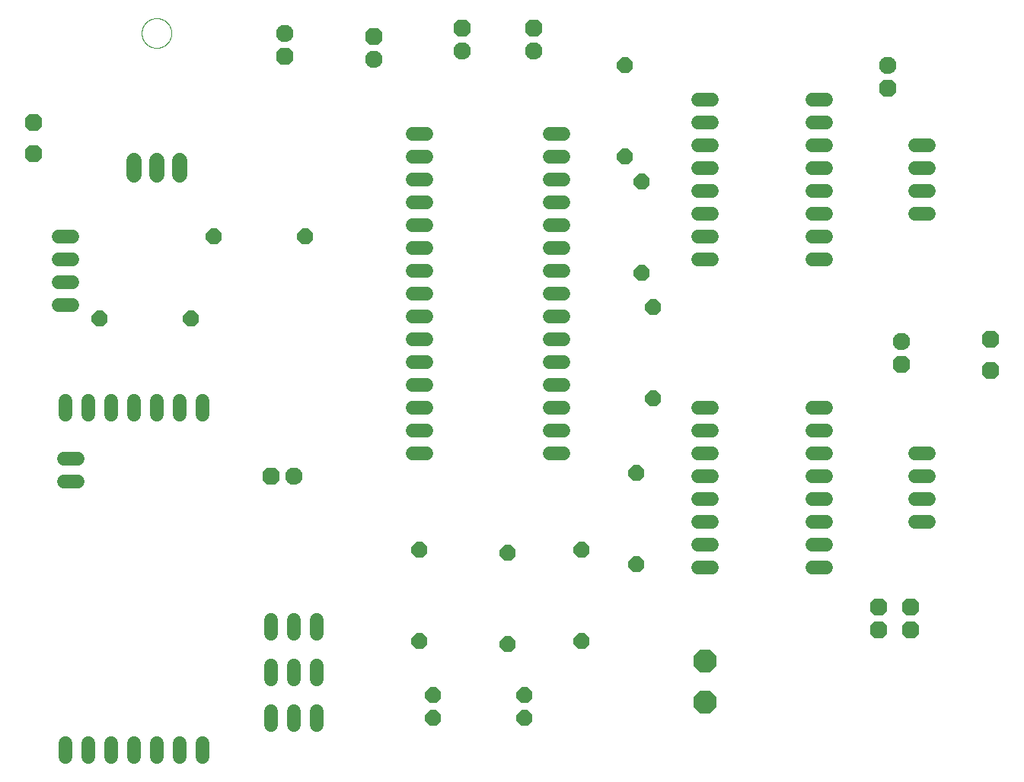
<source format=gtl>
G75*
%MOIN*%
%OFA0B0*%
%FSLAX25Y25*%
%IPPOS*%
%LPD*%
%AMOC8*
5,1,8,0,0,1.08239X$1,22.5*
%
%ADD10C,0.06000*%
%ADD11OC8,0.07600*%
%ADD12C,0.07600*%
%ADD13OC8,0.07000*%
%ADD14OC8,0.10000*%
%ADD15C,0.06600*%
%ADD16C,0.00000*%
D10*
X0054735Y0011832D02*
X0054735Y0017832D01*
X0064735Y0017832D02*
X0064735Y0011832D01*
X0074735Y0011832D02*
X0074735Y0017832D01*
X0084735Y0017832D02*
X0084735Y0011832D01*
X0094735Y0011832D02*
X0094735Y0017832D01*
X0104735Y0017832D02*
X0104735Y0011832D01*
X0114735Y0011832D02*
X0114735Y0017832D01*
X0144735Y0025582D02*
X0144735Y0031582D01*
X0154735Y0031582D02*
X0154735Y0025582D01*
X0164735Y0025582D02*
X0164735Y0031582D01*
X0164735Y0045582D02*
X0164735Y0051582D01*
X0154735Y0051582D02*
X0154735Y0045582D01*
X0144735Y0045582D02*
X0144735Y0051582D01*
X0144735Y0065582D02*
X0144735Y0071582D01*
X0154735Y0071582D02*
X0154735Y0065582D01*
X0164735Y0065582D02*
X0164735Y0071582D01*
X0206735Y0144832D02*
X0212735Y0144832D01*
X0212735Y0154832D02*
X0206735Y0154832D01*
X0206735Y0164832D02*
X0212735Y0164832D01*
X0212735Y0174832D02*
X0206735Y0174832D01*
X0206735Y0184832D02*
X0212735Y0184832D01*
X0212735Y0194832D02*
X0206735Y0194832D01*
X0206735Y0204832D02*
X0212735Y0204832D01*
X0212735Y0214832D02*
X0206735Y0214832D01*
X0206735Y0224832D02*
X0212735Y0224832D01*
X0212735Y0234832D02*
X0206735Y0234832D01*
X0206735Y0244832D02*
X0212735Y0244832D01*
X0212735Y0254832D02*
X0206735Y0254832D01*
X0206735Y0264832D02*
X0212735Y0264832D01*
X0212735Y0274832D02*
X0206735Y0274832D01*
X0206735Y0284832D02*
X0212735Y0284832D01*
X0266735Y0284832D02*
X0272735Y0284832D01*
X0272735Y0274832D02*
X0266735Y0274832D01*
X0266735Y0264832D02*
X0272735Y0264832D01*
X0272735Y0254832D02*
X0266735Y0254832D01*
X0266735Y0244832D02*
X0272735Y0244832D01*
X0272735Y0234832D02*
X0266735Y0234832D01*
X0266735Y0224832D02*
X0272735Y0224832D01*
X0272735Y0214832D02*
X0266735Y0214832D01*
X0266735Y0204832D02*
X0272735Y0204832D01*
X0272735Y0194832D02*
X0266735Y0194832D01*
X0266735Y0184832D02*
X0272735Y0184832D01*
X0272735Y0174832D02*
X0266735Y0174832D01*
X0266735Y0164832D02*
X0272735Y0164832D01*
X0272735Y0154832D02*
X0266735Y0154832D01*
X0266735Y0144832D02*
X0272735Y0144832D01*
X0331735Y0144832D02*
X0337735Y0144832D01*
X0337735Y0134832D02*
X0331735Y0134832D01*
X0331735Y0124832D02*
X0337735Y0124832D01*
X0337735Y0114832D02*
X0331735Y0114832D01*
X0331735Y0104832D02*
X0337735Y0104832D01*
X0337735Y0094832D02*
X0331735Y0094832D01*
X0381735Y0094832D02*
X0387735Y0094832D01*
X0387735Y0104832D02*
X0381735Y0104832D01*
X0381735Y0114832D02*
X0387735Y0114832D01*
X0387735Y0124832D02*
X0381735Y0124832D01*
X0381735Y0134832D02*
X0387735Y0134832D01*
X0387735Y0144832D02*
X0381735Y0144832D01*
X0381735Y0154832D02*
X0387735Y0154832D01*
X0387735Y0164832D02*
X0381735Y0164832D01*
X0337735Y0164832D02*
X0331735Y0164832D01*
X0331735Y0154832D02*
X0337735Y0154832D01*
X0426735Y0144832D02*
X0432735Y0144832D01*
X0432735Y0134832D02*
X0426735Y0134832D01*
X0426735Y0124832D02*
X0432735Y0124832D01*
X0432735Y0114832D02*
X0426735Y0114832D01*
X0387735Y0229832D02*
X0381735Y0229832D01*
X0381735Y0239832D02*
X0387735Y0239832D01*
X0387735Y0249832D02*
X0381735Y0249832D01*
X0381735Y0259832D02*
X0387735Y0259832D01*
X0387735Y0269832D02*
X0381735Y0269832D01*
X0381735Y0279832D02*
X0387735Y0279832D01*
X0387735Y0289832D02*
X0381735Y0289832D01*
X0381735Y0299832D02*
X0387735Y0299832D01*
X0426735Y0279832D02*
X0432735Y0279832D01*
X0432735Y0269832D02*
X0426735Y0269832D01*
X0426735Y0259832D02*
X0432735Y0259832D01*
X0432735Y0249832D02*
X0426735Y0249832D01*
X0337735Y0249832D02*
X0331735Y0249832D01*
X0331735Y0239832D02*
X0337735Y0239832D01*
X0337735Y0229832D02*
X0331735Y0229832D01*
X0331735Y0259832D02*
X0337735Y0259832D01*
X0337735Y0269832D02*
X0331735Y0269832D01*
X0331735Y0279832D02*
X0337735Y0279832D01*
X0337735Y0289832D02*
X0331735Y0289832D01*
X0331735Y0299832D02*
X0337735Y0299832D01*
X0114735Y0167832D02*
X0114735Y0161832D01*
X0104735Y0161832D02*
X0104735Y0167832D01*
X0094735Y0167832D02*
X0094735Y0161832D01*
X0084735Y0161832D02*
X0084735Y0167832D01*
X0074735Y0167832D02*
X0074735Y0161832D01*
X0064735Y0161832D02*
X0064735Y0167832D01*
X0054735Y0167832D02*
X0054735Y0161832D01*
X0054235Y0142332D02*
X0060235Y0142332D01*
X0060235Y0132332D02*
X0054235Y0132332D01*
X0051735Y0209832D02*
X0057735Y0209832D01*
X0057735Y0219832D02*
X0051735Y0219832D01*
X0051735Y0229832D02*
X0057735Y0229832D01*
X0057735Y0239832D02*
X0051735Y0239832D01*
D11*
X0040985Y0276082D03*
X0040985Y0289832D03*
X0150985Y0318582D03*
X0189735Y0327332D03*
X0228485Y0331082D03*
X0259735Y0331082D03*
X0414735Y0304832D03*
X0459735Y0194832D03*
X0459735Y0181082D03*
X0420985Y0183582D03*
X0424735Y0077332D03*
X0424735Y0067332D03*
X0410985Y0067332D03*
X0410985Y0077332D03*
X0144735Y0134832D03*
D12*
X0154735Y0134832D03*
X0189735Y0317332D03*
X0228485Y0321082D03*
X0259735Y0321082D03*
X0150985Y0328582D03*
X0414735Y0314832D03*
X0420985Y0193582D03*
D13*
X0312235Y0208582D03*
X0307235Y0223582D03*
X0307235Y0263582D03*
X0299735Y0274832D03*
X0299735Y0314832D03*
X0159735Y0239832D03*
X0119735Y0239832D03*
X0109735Y0203582D03*
X0069735Y0203582D03*
X0209735Y0102332D03*
X0248485Y0101082D03*
X0280985Y0102332D03*
X0304735Y0096082D03*
X0280985Y0062332D03*
X0248485Y0061082D03*
X0255985Y0038582D03*
X0255985Y0028582D03*
X0215985Y0028582D03*
X0215985Y0038582D03*
X0209735Y0062332D03*
X0304735Y0136082D03*
X0312235Y0168582D03*
D14*
X0334735Y0053832D03*
X0334735Y0035832D03*
D15*
X0104735Y0266532D02*
X0104735Y0273132D01*
X0094735Y0273132D02*
X0094735Y0266532D01*
X0084735Y0266532D02*
X0084735Y0273132D01*
D16*
X0088235Y0328832D02*
X0088237Y0328993D01*
X0088243Y0329153D01*
X0088253Y0329314D01*
X0088267Y0329474D01*
X0088285Y0329634D01*
X0088306Y0329793D01*
X0088332Y0329952D01*
X0088362Y0330110D01*
X0088395Y0330267D01*
X0088433Y0330424D01*
X0088474Y0330579D01*
X0088519Y0330733D01*
X0088568Y0330886D01*
X0088621Y0331038D01*
X0088677Y0331189D01*
X0088738Y0331338D01*
X0088801Y0331486D01*
X0088869Y0331632D01*
X0088940Y0331776D01*
X0089014Y0331918D01*
X0089092Y0332059D01*
X0089174Y0332197D01*
X0089259Y0332334D01*
X0089347Y0332468D01*
X0089439Y0332600D01*
X0089534Y0332730D01*
X0089632Y0332858D01*
X0089733Y0332983D01*
X0089837Y0333105D01*
X0089944Y0333225D01*
X0090054Y0333342D01*
X0090167Y0333457D01*
X0090283Y0333568D01*
X0090402Y0333677D01*
X0090523Y0333782D01*
X0090647Y0333885D01*
X0090773Y0333985D01*
X0090901Y0334081D01*
X0091032Y0334174D01*
X0091166Y0334264D01*
X0091301Y0334351D01*
X0091439Y0334434D01*
X0091578Y0334514D01*
X0091720Y0334590D01*
X0091863Y0334663D01*
X0092008Y0334732D01*
X0092155Y0334798D01*
X0092303Y0334860D01*
X0092453Y0334918D01*
X0092604Y0334973D01*
X0092757Y0335024D01*
X0092911Y0335071D01*
X0093066Y0335114D01*
X0093222Y0335153D01*
X0093378Y0335189D01*
X0093536Y0335220D01*
X0093694Y0335248D01*
X0093853Y0335272D01*
X0094013Y0335292D01*
X0094173Y0335308D01*
X0094333Y0335320D01*
X0094494Y0335328D01*
X0094655Y0335332D01*
X0094815Y0335332D01*
X0094976Y0335328D01*
X0095137Y0335320D01*
X0095297Y0335308D01*
X0095457Y0335292D01*
X0095617Y0335272D01*
X0095776Y0335248D01*
X0095934Y0335220D01*
X0096092Y0335189D01*
X0096248Y0335153D01*
X0096404Y0335114D01*
X0096559Y0335071D01*
X0096713Y0335024D01*
X0096866Y0334973D01*
X0097017Y0334918D01*
X0097167Y0334860D01*
X0097315Y0334798D01*
X0097462Y0334732D01*
X0097607Y0334663D01*
X0097750Y0334590D01*
X0097892Y0334514D01*
X0098031Y0334434D01*
X0098169Y0334351D01*
X0098304Y0334264D01*
X0098438Y0334174D01*
X0098569Y0334081D01*
X0098697Y0333985D01*
X0098823Y0333885D01*
X0098947Y0333782D01*
X0099068Y0333677D01*
X0099187Y0333568D01*
X0099303Y0333457D01*
X0099416Y0333342D01*
X0099526Y0333225D01*
X0099633Y0333105D01*
X0099737Y0332983D01*
X0099838Y0332858D01*
X0099936Y0332730D01*
X0100031Y0332600D01*
X0100123Y0332468D01*
X0100211Y0332334D01*
X0100296Y0332197D01*
X0100378Y0332059D01*
X0100456Y0331918D01*
X0100530Y0331776D01*
X0100601Y0331632D01*
X0100669Y0331486D01*
X0100732Y0331338D01*
X0100793Y0331189D01*
X0100849Y0331038D01*
X0100902Y0330886D01*
X0100951Y0330733D01*
X0100996Y0330579D01*
X0101037Y0330424D01*
X0101075Y0330267D01*
X0101108Y0330110D01*
X0101138Y0329952D01*
X0101164Y0329793D01*
X0101185Y0329634D01*
X0101203Y0329474D01*
X0101217Y0329314D01*
X0101227Y0329153D01*
X0101233Y0328993D01*
X0101235Y0328832D01*
X0101233Y0328671D01*
X0101227Y0328511D01*
X0101217Y0328350D01*
X0101203Y0328190D01*
X0101185Y0328030D01*
X0101164Y0327871D01*
X0101138Y0327712D01*
X0101108Y0327554D01*
X0101075Y0327397D01*
X0101037Y0327240D01*
X0100996Y0327085D01*
X0100951Y0326931D01*
X0100902Y0326778D01*
X0100849Y0326626D01*
X0100793Y0326475D01*
X0100732Y0326326D01*
X0100669Y0326178D01*
X0100601Y0326032D01*
X0100530Y0325888D01*
X0100456Y0325746D01*
X0100378Y0325605D01*
X0100296Y0325467D01*
X0100211Y0325330D01*
X0100123Y0325196D01*
X0100031Y0325064D01*
X0099936Y0324934D01*
X0099838Y0324806D01*
X0099737Y0324681D01*
X0099633Y0324559D01*
X0099526Y0324439D01*
X0099416Y0324322D01*
X0099303Y0324207D01*
X0099187Y0324096D01*
X0099068Y0323987D01*
X0098947Y0323882D01*
X0098823Y0323779D01*
X0098697Y0323679D01*
X0098569Y0323583D01*
X0098438Y0323490D01*
X0098304Y0323400D01*
X0098169Y0323313D01*
X0098031Y0323230D01*
X0097892Y0323150D01*
X0097750Y0323074D01*
X0097607Y0323001D01*
X0097462Y0322932D01*
X0097315Y0322866D01*
X0097167Y0322804D01*
X0097017Y0322746D01*
X0096866Y0322691D01*
X0096713Y0322640D01*
X0096559Y0322593D01*
X0096404Y0322550D01*
X0096248Y0322511D01*
X0096092Y0322475D01*
X0095934Y0322444D01*
X0095776Y0322416D01*
X0095617Y0322392D01*
X0095457Y0322372D01*
X0095297Y0322356D01*
X0095137Y0322344D01*
X0094976Y0322336D01*
X0094815Y0322332D01*
X0094655Y0322332D01*
X0094494Y0322336D01*
X0094333Y0322344D01*
X0094173Y0322356D01*
X0094013Y0322372D01*
X0093853Y0322392D01*
X0093694Y0322416D01*
X0093536Y0322444D01*
X0093378Y0322475D01*
X0093222Y0322511D01*
X0093066Y0322550D01*
X0092911Y0322593D01*
X0092757Y0322640D01*
X0092604Y0322691D01*
X0092453Y0322746D01*
X0092303Y0322804D01*
X0092155Y0322866D01*
X0092008Y0322932D01*
X0091863Y0323001D01*
X0091720Y0323074D01*
X0091578Y0323150D01*
X0091439Y0323230D01*
X0091301Y0323313D01*
X0091166Y0323400D01*
X0091032Y0323490D01*
X0090901Y0323583D01*
X0090773Y0323679D01*
X0090647Y0323779D01*
X0090523Y0323882D01*
X0090402Y0323987D01*
X0090283Y0324096D01*
X0090167Y0324207D01*
X0090054Y0324322D01*
X0089944Y0324439D01*
X0089837Y0324559D01*
X0089733Y0324681D01*
X0089632Y0324806D01*
X0089534Y0324934D01*
X0089439Y0325064D01*
X0089347Y0325196D01*
X0089259Y0325330D01*
X0089174Y0325467D01*
X0089092Y0325605D01*
X0089014Y0325746D01*
X0088940Y0325888D01*
X0088869Y0326032D01*
X0088801Y0326178D01*
X0088738Y0326326D01*
X0088677Y0326475D01*
X0088621Y0326626D01*
X0088568Y0326778D01*
X0088519Y0326931D01*
X0088474Y0327085D01*
X0088433Y0327240D01*
X0088395Y0327397D01*
X0088362Y0327554D01*
X0088332Y0327712D01*
X0088306Y0327871D01*
X0088285Y0328030D01*
X0088267Y0328190D01*
X0088253Y0328350D01*
X0088243Y0328511D01*
X0088237Y0328671D01*
X0088235Y0328832D01*
M02*

</source>
